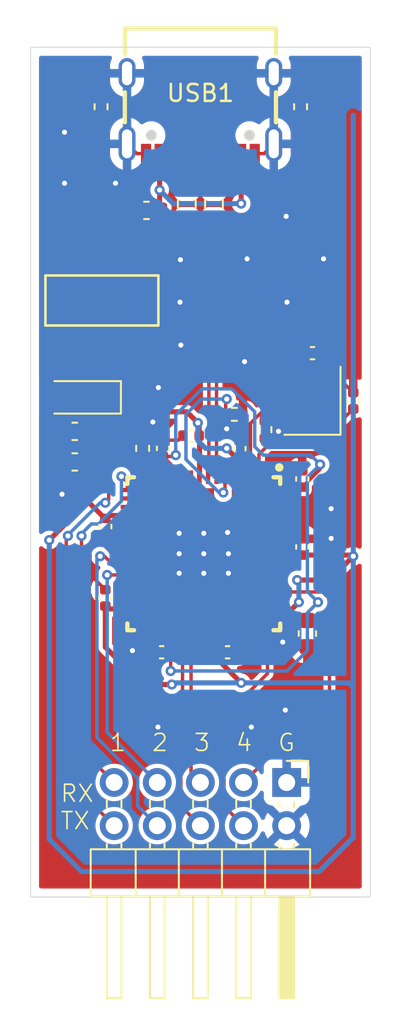
<source format=kicad_pcb>
(kicad_pcb (version 20241229) (generator "pcbnew") (generator_version "9.0")
  (layers (0 "F.Cu" signal) (2 "B.Cu" signal) (13 "F.Paste" user) (15 "B.Paste" user) (5 "F.SilkS" user "F.Silkscreen") (7 "B.SilkS" user "B.Silkscreen") (1 "F.Mask" user) (3 "B.Mask" user) (25 "Edge.Cuts" user))
  (net 0 "")
  (net 1 "GND")
  (net 2 "+5V")
  (net 3 "+1V8")
  (net 4 "+3.3V")
  (net 5 "XTAL_IN")
  (net 6 "XTAL_OUT")
  (net 7 "RX1")
  (net 8 "TX1")
  (net 9 "RX4")
  (net 10 "RX3")
  (net 11 "TX4")
  (net 12 "TX3")
  (net 13 "RX2")
  (net 14 "TX2")
  (net 15 "Net-(USB1-CC1)")
  (net 16 "Net-(USB1-CC2)")
  (net 17 "USB_IN+")
  (net 18 "Net-(USB1-DP1)")
  (net 19 "Net-(USB1-DN1)")
  (net 20 "USB_IN-")
  (net 21 "Net-(U1-REF)")
  (net 51 "Net-(U1-RESET#)")
  (footprint "Capacitor_SMD:C_0603_1608Metric" (layer "F.Cu") (at 36.3 54.5 -90)
    (property "Reference" "C2" (hide yes))
    (property "Value" "3.3uF")
    (pad "1" smd roundrect (at -0.775 0 270) (size 0.9 0.95) (layers "F.Cu" "F.Mask" "F.Paste") (net 3 "+1V8"))
    (pad "2" smd roundrect (at 0.775 0 270) (size 0.9 0.95) (layers "F.Cu" "F.Mask" "F.Paste") (net 1 "GND"))
  )
  (footprint "Capacitor_SMD:C_0402_1005Metric" (layer "F.Cu") (at 27.8 43.6 90)
    (property "Reference" "C8" (hide yes))
    (property "Value" "100nF")
    (pad "1" smd roundrect (at -0.48 0 90) (size 0.56 0.62) (layers "F.Cu" "F.Mask" "F.Paste") (net 3 "+1V8"))
    (pad "2" smd roundrect (at 0.48 0 90) (size 0.56 0.62) (layers "F.Cu" "F.Mask" "F.Paste") (net 1 "GND"))
  )
  (footprint "Capacitor_SMD:C_0402_1005Metric" (layer "F.Cu") (at 32.3 43.62 90)
    (property "Reference" "C4" (hide yes))
    (property "Value" "100nF")
    (pad "1" smd roundrect (at -0.48 0 90) (size 0.56 0.62) (layers "F.Cu" "F.Mask" "F.Paste") (net 4 "+3.3V"))
    (pad "2" smd roundrect (at 0.48 0 90) (size 0.56 0.62) (layers "F.Cu" "F.Mask" "F.Paste") (net 1 "GND"))
  )
  (footprint "Resistor_SMD:R_0603_1608Metric" (layer "F.Cu") (at 30.8 29.225 90)
    (property "Reference" "R16" (hide yes))
    (property "Value" "20")
    (pad "1" smd roundrect (at -0.825 0 90) (size 0.8 0.95) (layers "F.Cu" "F.Mask" "F.Paste") (net 20 "USB_IN-"))
    (pad "2" smd roundrect (at 0.825 0 90) (size 0.8 0.95) (layers "F.Cu" "F.Mask" "F.Paste") (net 19 "Net-(USB1-DN1)"))
  )
  (footprint "Capacitor_SMD:C_0402_1005Metric" (layer "F.Cu") (at 36 49.4 90)
    (property "Reference" "C14" (hide yes))
    (property "Value" "100nF")
    (pad "1" smd roundrect (at -0.48 0 90) (size 0.56 0.62) (layers "F.Cu" "F.Mask" "F.Paste") (net 4 "+3.3V"))
    (pad "2" smd roundrect (at 0.48 0 90) (size 0.56 0.62) (layers "F.Cu" "F.Mask" "F.Paste") (net 1 "GND"))
  )
  (footprint "Connector_PinHeader_2.54mm:PinHeader_2x05_P2.54mm_Horizontal" (layer "F.Cu") (at 35.08 63.26 -90)
    (property "Reference" "J1" (hide yes))
    (property "Value" "Conn_02x05_Odd_Even")
    (pad "1" thru_hole rect (at 0 0 270) (size 1.7 1.7) (drill 1) (layers "*.Cu" "*.Mask") (net 1 "GND"))
    (pad "2" thru_hole circle (at 2.54 0 270) (size 1.7 1.7) (drill 1) (layers "*.Cu" "*.Mask") (net 1 "GND"))
    (pad "3" thru_hole circle (at 0 2.54 270) (size 1.7 1.7) (drill 1) (layers "*.Cu" "*.Mask") (net 9 "RX4"))
    (pad "4" thru_hole circle (at 2.54 2.54 270) (size 1.7 1.7) (drill 1) (layers "*.Cu" "*.Mask") (net 11 "TX4"))
    (pad "5" thru_hole circle (at 0 5.08 270) (size 1.7 1.7) (drill 1) (layers "*.Cu" "*.Mask") (net 10 "RX3"))
    (pad "6" thru_hole circle (at 2.54 5.08 270) (size 1.7 1.7) (drill 1) (layers "*.Cu" "*.Mask") (net 12 "TX3"))
    (pad "7" thru_hole circle (at 0 7.62 270) (size 1.7 1.7) (drill 1) (layers "*.Cu" "*.Mask") (net 13 "RX2"))
    (pad "8" thru_hole circle (at 2.54 7.62 270) (size 1.7 1.7) (drill 1) (layers "*.Cu" "*.Mask") (net 14 "TX2"))
    (pad "9" thru_hole circle (at 0 10.16 270) (size 1.7 1.7) (drill 1) (layers "*.Cu" "*.Mask") (net 7 "RX1"))
    (pad "10" thru_hole circle (at 2.54 10.16 270) (size 1.7 1.7) (drill 1) (layers "*.Cu" "*.Mask") (net 8 "TX1"))
  )
  (footprint "Capacitor_SMD:C_0603_1608Metric" (layer "F.Cu") (at 22.6 42.6 180)
    (property "Reference" "C16" (hide yes))
    (property "Value" "4.7uF")
    (pad "1" smd roundrect (at -0.775 0 180) (size 0.9 0.95) (layers "F.Cu" "F.Mask" "F.Paste") (net 4 "+3.3V"))
    (pad "2" smd roundrect (at 0.775 0 180) (size 0.9 0.95) (layers "F.Cu" "F.Mask" "F.Paste") (net 1 "GND"))
  )
  (footprint "Resistor_SMD:R_0402_1005Metric" (layer "F.Cu") (at 32 41.6)
    (property "Reference" "R18" (hide yes))
    (property "Value" "12k")
    (pad "1" smd roundrect (at -0.51 0) (size 0.54 0.64) (layers "F.Cu" "F.Mask" "F.Paste") (net 21 "Net-(U1-REF)"))
    (pad "2" smd roundrect (at 0.51 0) (size 0.54 0.64) (layers "F.Cu" "F.Mask" "F.Paste") (net 1 "GND"))
  )
  (footprint "Resistor_SMD:R_0402_1005Metric" (layer "F.Cu") (at 24.15 23.5 90)
    (property "Reference" "R2" (hide yes))
    (property "Value" "5.1k")
    (pad "1" smd roundrect (at -0.51 0 90) (size 0.54 0.64) (layers "F.Cu" "F.Mask" "F.Paste") (net 16 "Net-(USB1-CC2)"))
    (pad "2" smd roundrect (at 0.51 0 90) (size 0.54 0.64) (layers "F.Cu" "F.Mask" "F.Paste") (net 1 "GND"))
  )
  (footprint "Resistor_SMD:R_0603_1608Metric" (layer "F.Cu") (at 29.2 29.225 90)
    (property "Reference" "R15" (hide yes))
    (property "Value" "20")
    (pad "1" smd roundrect (at -0.825 0 90) (size 0.8 0.95) (layers "F.Cu" "F.Mask" "F.Paste") (net 17 "USB_IN+"))
    (pad "2" smd roundrect (at 0.825 0 90) (size 0.8 0.95) (layers "F.Cu" "F.Mask" "F.Paste") (net 18 "Net-(USB1-DP1)"))
  )
  (footprint "Capacitor_SMD:C_0402_1005Metric" (layer "F.Cu") (at 39 40.8 90)
    (property "Reference" "C6" (hide yes))
    (property "Value" "15pF")
    (pad "1" smd roundrect (at -0.48 0 90) (size 0.56 0.62) (layers "F.Cu" "F.Mask" "F.Paste") (net 5 "XTAL_IN"))
    (pad "2" smd roundrect (at 0.48 0 90) (size 0.56 0.62) (layers "F.Cu" "F.Mask" "F.Paste") (net 1 "GND"))
  )
  (footprint "Capacitor_SMD:C_0402_1005Metric" (layer "F.Cu") (at 36 45.4 90)
    (property "Reference" "C10" (hide yes))
    (property "Value" "100nF")
    (pad "1" smd roundrect (at -0.48 0 90) (size 0.56 0.62) (layers "F.Cu" "F.Mask" "F.Paste") (net 3 "+1V8"))
    (pad "2" smd roundrect (at 0.48 0 90) (size 0.56 0.62) (layers "F.Cu" "F.Mask" "F.Paste") (net 1 "GND"))
  )
  (footprint "Capacitor_SMD:C_0603_1608Metric" (layer "F.Cu") (at 26.825 29.6 180)
    (property "Reference" "C1" (hide yes))
    (property "Value" "10u")
    (pad "1" smd roundrect (at -0.775 0 180) (size 0.9 0.95) (layers "F.Cu" "F.Mask" "F.Paste") (net 2 "+5V"))
    (pad "2" smd roundrect (at 0.775 0 180) (size 0.9 0.95) (layers "F.Cu" "F.Mask" "F.Paste") (net 1 "GND"))
  )
  (footprint "Capacitor_SMD:C_0603_1608Metric" (layer "F.Cu") (at 22.6 44.4 180)
    (property "Reference" "C15" (hide yes))
    (property "Value" "4.7uF")
    (pad "1" smd roundrect (at -0.775 0 180) (size 0.9 0.95) (layers "F.Cu" "F.Mask" "F.Paste") (net 4 "+3.3V"))
    (pad "2" smd roundrect (at 0.775 0 180) (size 0.9 0.95) (layers "F.Cu" "F.Mask" "F.Paste") (net 1 "GND"))
  )
  (footprint "JLCLibrary:AMS1117" (layer "F.Cu") (at 24.2 35 -90)
    (property "Reference" "U2" (hide yes))
    (property "Value" "~")
    (pad "1" smd rect (at 2.97 2.3 270) (size 2.5 1.1) (layers "F.Cu" "F.Mask" "F.Paste") (net 1 "GND"))
    (pad "2" smd rect (at 2.97 0 270) (size 2.5 1.1) (layers "F.Cu" "F.Mask" "F.Paste") (net 4 "+3.3V"))
    (pad "3" smd rect (at 2.97 -2.3 270) (size 2.5 1.1) (layers "F.Cu" "F.Mask" "F.Paste") (net 2 "+5V"))
    (pad "4" smd rect (at -2.97 0 270) (size 2.34 3.6) (layers "F.Cu" "F.Mask" "F.Paste") (net 4 "+3.3V"))
  )
  (footprint "JLCLibrary:FT4242HQ-QFN-64_L9.0-W9.0-P0.50-BL-EP4.8" (layer "F.Cu") (at 30.2 49.8 180)
    (property "Reference" "U1" (hide yes))
    (property "Value" "FT4232H")
    (pad "1" smd rect (at -3.75 4.5 270) (size 0.8 0.25) (layers "F.Cu" "F.Mask" "F.Paste") (net 1 "GND"))
    (pad "2" smd rect (at -3.25 4.5 270) (size 0.8 0.25) (layers "F.Cu" "F.Mask" "F.Paste") (net 5 "XTAL_IN"))
    (pad "3" smd rect (at -2.75 4.5 270) (size 0.8 0.25) (layers "F.Cu" "F.Mask" "F.Paste") (net 6 "XTAL_OUT"))
    (pad "4" smd rect (at -2.25 4.5 270) (size 0.8 0.25) (layers "F.Cu" "F.Mask" "F.Paste") (net 4 "+3.3V"))
    (pad "5" smd rect (at -1.75 4.5 270) (size 0.8 0.25) (layers "F.Cu" "F.Mask" "F.Paste") (net 1 "GND"))
    (pad "6" smd rect (at -1.25 4.5 270) (size 0.8 0.25) (layers "F.Cu" "F.Mask" "F.Paste") (net 21 "Net-(U1-REF)"))
    (pad "7" smd rect (at -0.75 4.5 270) (size 0.8 0.25) (layers "F.Cu" "F.Mask" "F.Paste") (net 20 "USB_IN-"))
    (pad "8" smd rect (at -0.25 4.5 270) (size 0.8 0.25) (layers "F.Cu" "F.Mask" "F.Paste") (net 17 "USB_IN+"))
    (pad "9" smd rect (at 0.25 4.5 270) (size 0.8 0.25) (layers "F.Cu" "F.Mask" "F.Paste") (net 4 "+3.3V"))
    (pad "10" smd rect (at 0.75 4.5 270) (size 0.8 0.25) (layers "F.Cu" "F.Mask" "F.Paste") (net 1 "GND"))
    (pad "11" smd rect (at 1.25 4.5 270) (size 0.8 0.25) (layers "F.Cu" "F.Mask" "F.Paste") (net 1 "GND"))
    (pad "12" smd rect (at 1.75 4.5 270) (size 0.8 0.25) (layers "F.Cu" "F.Mask" "F.Paste") (net 3 "+1V8"))
    (pad "13" smd rect (at 2.25 4.5 270) (size 0.8 0.25) (layers "F.Cu" "F.Mask" "F.Paste") (net 1 "GND"))
    (pad "14" smd rect (at 2.75 4.5 270) (size 0.8 0.25) (layers "F.Cu" "F.Mask" "F.Paste") (net 51 "Net-(U1-RESET#)"))
    (pad "15" smd rect (at 3.25 4.5 270) (size 0.8 0.25) (layers "F.Cu" "F.Mask" "F.Paste") (net 1 "GND"))
    (pad "16" smd rect (at 3.75 4.5 270) (size 0.8 0.25) (layers "F.Cu" "F.Mask" "F.Paste") (net 8 "TX1"))
    (pad "17" smd rect (at 4.5 3.75 180) (size 0.8 0.25) (layers "F.Cu" "F.Mask" "F.Paste") (net 7 "RX1"))
    (pad "18" smd rect (at 4.5 3.25 180) (size 0.8 0.25) (layers "F.Cu" "F.Mask" "F.Paste"))
    (pad "19" smd rect (at 4.5 2.75 180) (size 0.8 0.25) (layers "F.Cu" "F.Mask" "F.Paste"))
    (pad "20" smd rect (at 4.5 2.25 180) (size 0.8 0.25) (layers "F.Cu" "F.Mask" "F.Paste") (net 4 "+3.3V"))
    (pad "21" smd rect (at 4.5 1.75 180) (size 0.8 0.25) (layers "F.Cu" "F.Mask" "F.Paste"))
    (pad "22" smd rect (at 4.5 1.25 180) (size 0.8 0.25) (layers "F.Cu" "F.Mask" "F.Paste"))
    (pad "23" smd rect (at 4.5 0.75 180) (size 0.8 0.25) (layers "F.Cu" "F.Mask" "F.Paste"))
    (pad "24" smd rect (at 4.5 0.25 180) (size 0.8 0.25) (layers "F.Cu" "F.Mask" "F.Paste"))
    (pad "25" smd rect (at 4.5 -0.25 180) (size 0.8 0.25) (layers "F.Cu" "F.Mask" "F.Paste") (net 1 "GND"))
    (pad "26" smd rect (at 4.5 -0.75 180) (size 0.8 0.25) (layers "F.Cu" "F.Mask" "F.Paste") (net 14 "TX2"))
    (pad "27" smd rect (at 4.5 -1.25 180) (size 0.8 0.25) (layers "F.Cu" "F.Mask" "F.Paste") (net 13 "RX2"))
    (pad "28" smd rect (at 4.5 -1.75 180) (size 0.8 0.25) (layers "F.Cu" "F.Mask" "F.Paste"))
    (pad "29" smd rect (at 4.5 -2.25 180) (size 0.8 0.25) (layers "F.Cu" "F.Mask" "F.Paste"))
    (pad "30" smd rect (at 4.5 -2.75 180) (size 0.8 0.25) (layers "F.Cu" "F.Mask" "F.Paste"))
    (pad "31" smd rect (at 4.5 -3.25 180) (size 0.8 0.25) (layers "F.Cu" "F.Mask" "F.Paste") (net 4 "+3.3V"))
    (pad "32" smd rect (at 4.5 -3.75 180) (size 0.8 0.25) (layers "F.Cu" "F.Mask" "F.Paste"))
    (pad "33" smd rect (at 3.75 -4.5 270) (size 0.8 0.25) (layers "F.Cu" "F.Mask" "F.Paste"))
    (pad "34" smd rect (at 3.25 -4.5 270) (size 0.8 0.25) (layers "F.Cu" "F.Mask" "F.Paste"))
    (pad "35" smd rect (at 2.75 -4.5 270) (size 0.8 0.25) (layers "F.Cu" "F.Mask" "F.Paste") (net 1 "GND"))
    (pad "36" smd rect (at 2.25 -4.5 270) (size 0.8 0.25) (layers "F.Cu" "F.Mask" "F.Paste"))
    (pad "37" smd rect (at 1.75 -4.5 270) (size 0.8 0.25) (layers "F.Cu" "F.Mask" "F.Paste") (net 3 "+1V8"))
    (pad "38" smd rect (at 1.25 -4.5 270) (size 0.8 0.25) (layers "F.Cu" "F.Mask" "F.Paste") (net 12 "TX3"))
    (pad "39" smd rect (at 0.75 -4.5 270) (size 0.8 0.25) (layers "F.Cu" "F.Mask" "F.Paste") (net 10 "RX3"))
    (pad "40" smd rect (at 0.25 -4.5 270) (size 0.8 0.25) (layers "F.Cu" "F.Mask" "F.Paste"))
    (pad "41" smd rect (at -0.25 -4.5 270) (size 0.8 0.25) (layers "F.Cu" "F.Mask" "F.Paste"))
    (pad "42" smd rect (at -0.75 -4.5 270) (size 0.8 0.25) (layers "F.Cu" "F.Mask" "F.Paste") (net 4 "+3.3V"))
    (pad "43" smd rect (at -1.25 -4.5 270) (size 0.8 0.25) (layers "F.Cu" "F.Mask" "F.Paste"))
    (pad "44" smd rect (at -1.75 -4.5 270) (size 0.8 0.25) (layers "F.Cu" "F.Mask" "F.Paste"))
    (pad "45" smd rect (at -2.25 -4.5 270) (size 0.8 0.25) (layers "F.Cu" "F.Mask" "F.Paste"))
    (pad "46" smd rect (at -2.75 -4.5 270) (size 0.8 0.25) (layers "F.Cu" "F.Mask" "F.Paste"))
    (pad "47" smd rect (at -3.25 -4.5 270) (size 0.8 0.25) (layers "F.Cu" "F.Mask" "F.Paste") (net 1 "GND"))
    (pad "48" smd rect (at -3.75 -4.5 270) (size 0.8 0.25) (layers "F.Cu" "F.Mask" "F.Paste") (net 11 "TX4"))
    (pad "49" smd rect (at -4.5 -3.75 180) (size 0.8 0.25) (layers "F.Cu" "F.Mask" "F.Paste") (net 3 "+1V8"))
    (pad "50" smd rect (at -4.5 -3.25 180) (size 0.8 0.25) (layers "F.Cu" "F.Mask" "F.Paste") (net 4 "+3.3V"))
    (pad "51" smd rect (at -4.5 -2.75 180) (size 0.8 0.25) (layers "F.Cu" "F.Mask" "F.Paste") (net 1 "GND"))
    (pad "52" smd rect (at -4.5 -2.25 180) (size 0.8 0.25) (layers "F.Cu" "F.Mask" "F.Paste") (net 9 "RX4"))
    (pad "53" smd rect (at -4.5 -1.75 180) (size 0.8 0.25) (layers "F.Cu" "F.Mask" "F.Paste"))
    (pad "54" smd rect (at -4.5 -1.25 180) (size 0.8 0.25) (layers "F.Cu" "F.Mask" "F.Paste"))
    (pad "55" smd rect (at -4.5 -0.75 180) (size 0.8 0.25) (layers "F.Cu" "F.Mask" "F.Paste"))
    (pad "56" smd rect (at -4.5 -0.25 180) (size 0.8 0.25) (layers "F.Cu" "F.Mask" "F.Paste") (net 4 "+3.3V"))
    (pad "57" smd rect (at -4.5 0.25 180) (size 0.8 0.25) (layers "F.Cu" "F.Mask" "F.Paste"))
    (pad "58" smd rect (at -4.5 0.75 180) (size 0.8 0.25) (layers "F.Cu" "F.Mask" "F.Paste"))
    (pad "59" smd rect (at -4.5 1.25 180) (size 0.8 0.25) (layers "F.Cu" "F.Mask" "F.Paste"))
    (pad "60" smd rect (at -4.5 1.75 180) (size 0.8 0.25) (layers "F.Cu" "F.Mask" "F.Paste"))
    (pad "61" smd rect (at -4.5 2.25 180) (size 0.8 0.25) (layers "F.Cu" "F.Mask" "F.Paste"))
    (pad "62" smd rect (at -4.5 2.75 180) (size 0.8 0.25) (layers "F.Cu" "F.Mask" "F.Paste"))
    (pad "63" smd rect (at -4.5 3.25 180) (size 0.8 0.25) (layers "F.Cu" "F.Mask" "F.Paste"))
    (pad "64" smd rect (at -4.5 3.75 180) (size 0.8 0.25) (layers "F.Cu" "F.Mask" "F.Paste") (net 3 "+1V8"))
    (pad "65" smd rect (at 0 0 180) (size 4.8 4.8) (layers "F.Cu" "F.Mask" "F.Paste") (net 1 "GND"))
  )
  (footprint "Resistor_SMD:R_0402_1005Metric" (layer "F.Cu") (at 35.9 23.5 90)
    (property "Reference" "R1" (hide yes))
    (property "Value" "5.1k")
    (pad "1" smd roundrect (at -0.51 0 90) (size 0.54 0.64) (layers "F.Cu" "F.Mask" "F.Paste") (net 15 "Net-(USB1-CC1)"))
    (pad "2" smd roundrect (at 0.51 0 90) (size 0.54 0.64) (layers "F.Cu" "F.Mask" "F.Paste") (net 1 "GND"))
  )
  (footprint "Resistor_SMD:R_0402_1005Metric" (layer "F.Cu") (at 26.6 43.6 -90)
    (property "Reference" "R17" (hide yes))
    (property "Value" "1k")
    (pad "1" smd roundrect (at -0.51 0 270) (size 0.54 0.64) (layers "F.Cu" "F.Mask" "F.Paste") (net 4 "+3.3V"))
    (pad "2" smd roundrect (at 0.51 0 270) (size 0.54 0.64) (layers "F.Cu" "F.Mask" "F.Paste") (net 51 "Net-(U1-RESET#)"))
  )
  (footprint "Capacitor_SMD:C_0402_1005Metric" (layer "F.Cu") (at 24.4 52.4 90)
    (property "Reference" "C12" (hide yes))
    (property "Value" "100nF")
    (pad "1" smd roundrect (at -0.48 0 90) (size 0.56 0.62) (layers "F.Cu" "F.Mask" "F.Paste") (net 4 "+3.3V"))
    (pad "2" smd roundrect (at 0.48 0 90) (size 0.56 0.62) (layers "F.Cu" "F.Mask" "F.Paste") (net 1 "GND"))
  )
  (footprint "Capacitor_SMD:C_0402_1005Metric" (layer "F.Cu") (at 31.6 55.6)
    (property "Reference" "C13" (hide yes))
    (property "Value" "100nF")
    (pad "1" smd roundrect (at -0.48 0) (size 0.56 0.62) (layers "F.Cu" "F.Mask" "F.Paste") (net 4 "+3.3V"))
    (pad "2" smd roundrect (at 0.48 0) (size 0.56 0.62) (layers "F.Cu" "F.Mask" "F.Paste") (net 1 "GND"))
  )
  (footprint "Capacitor_Tantalum_SMD:CP_EIA-3216-18_Kemet-A" (layer "F.Cu") (at 23 40.6 180)
    (property "Reference" "C3" (hide yes))
    (property "Value" "22uF")
    (pad "1" smd roundrect (at -1.3525 0 180) (size 1.415 1.39) (layers "F.Cu" "F.Mask" "F.Paste") (roundrect_rratio 0.179856) (net 4 "+3.3V"))
    (pad "2" smd roundrect (at 1.3525 0 180) (size 1.415 1.39) (layers "F.Cu" "F.Mask" "F.Paste") (roundrect_rratio 0.179856) (net 1 "GND"))
  )
  (footprint "Crystal:Crystal_SMD_3225-4Pin_3.2x2.5mm" (layer "F.Cu") (at 36.6 40.8 90)
    (property "Reference" "Y1" (hide yes))
    (property "Value" "12MHz")
    (pad "1" smd rect (at -1.1 0.85 90) (size 1.4 1.2) (layers "F.Cu" "F.Mask" "F.Paste") (net 5 "XTAL_IN"))
    (pad "2" smd rect (at 1.1 0.85 90) (size 1.4 1.2) (layers "F.Cu" "F.Mask" "F.Paste") (net 1 "GND"))
    (pad "3" smd rect (at 1.1 -0.85 90) (size 1.4 1.2) (layers "F.Cu" "F.Mask" "F.Paste") (net 6 "XTAL_OUT"))
    (pad "4" smd rect (at -1.1 -0.85 90) (size 1.4 1.2) (layers "F.Cu" "F.Mask" "F.Paste") (net 1 "GND"))
  )
  (footprint "JLCLibrary:USB-C-SMD_TYPE-C16PIN" (layer "F.Cu") (at 30 23.89475 180)
    (property "Reference" "USB1" (at 0 1.19475 0) (layer "F.SilkS"))
    (property "Value" "~")
    (fp_poly (pts (xy 3.215 -1.288) (xy 3.1954 -1.399157) (xy 3.138964 -1.496906) (xy 3.0525 -1.569458) (xy 2.946436 -1.608063) (xy 2.833564 -1.608063) (xy 2.7275 -1.569458) (xy 2.641036 -1.496906) (xy 2.5846 -1.399157) (xy 2.565 -1.288) (xy 2.5846 -1.176843) (xy 2.641036 -1.079094) (xy 2.7275 -1.006542) (xy 2.833564 -0.967937) (xy 2.946436 -0.967937) (xy 3.0525 -1.006542) (xy 3.138964 -1.079094) (xy 3.1954 -1.176843)) (fill yes) (layer "Edge.Cuts"))
    (fp_poly (pts (xy -2.565 -1.288) (xy -2.5846 -1.399157) (xy -2.641036 -1.496906) (xy -2.7275 -1.569458) (xy -2.833564 -1.608063) (xy -2.946436 -1.608063) (xy -3.0525 -1.569458) (xy -3.138964 -1.496906) (xy -3.1954 -1.399157) (xy -3.215 -1.288) (xy -3.1954 -1.176843) (xy -3.138964 -1.079094) (xy -3.0525 -1.006542) (xy -2.946436 -0.967937) (xy -2.833564 -0.967937) (xy -2.7275 -1.006542) (xy -2.641036 -1.079094) (xy -2.5846 -1.176843)) (fill yes) (layer "Edge.Cuts"))
    (pad "1" thru_hole oval (at -4.32 -1.7875 180) (size 1 2.1) (drill oval 0.6 1.7) (layers "*.Cu" "*.Mask") (net 1 "GND"))
    (pad "2" thru_hole oval (at 4.32 -1.7875 180) (size 1 2.1) (drill oval 0.6 1.7) (layers "*.Cu" "*.Mask") (net 1 "GND"))
    (pad "3" thru_hole oval (at -4.32 2.3625 180) (size 1 1.8) (drill oval 0.6 1.4) (layers "*.Cu" "*.Mask") (net 1 "GND"))
    (pad "4" thru_hole oval (at 4.32 2.3625 180) (size 1 1.8) (drill oval 0.6 1.4) (layers "*.Cu" "*.Mask") (net 1 "GND"))
    (pad "A1B12" smd rect (at -3.2 -2.3625 180) (size 0.6 1.15) (layers "F.Cu" "F.Mask" "F.Paste") (net 1 "GND"))
    (pad "A4B9" smd rect (at -2.4 -2.3625 180) (size 0.6 1.15) (layers "F.Cu" "F.Mask" "F.Paste") (net 2 "+5V"))
    (pad "A5" smd rect (at -1.25 -2.3625 180) (size 0.3 1.15) (layers "F.Cu" "F.Mask" "F.Paste") (net 15 "Net-(USB1-CC1)"))
    (pad "A6" smd rect (at -0.25 -2.3625 180) (size 0.3 1.15) (layers "F.Cu" "F.Mask" "F.Paste") (net 18 "Net-(USB1-DP1)"))
    (pad "A7" smd rect (at 0.25 -2.3625 180) (size 0.3 1.15) (layers "F.Cu" "F.Mask" "F.Paste") (net 19 "Net-(USB1-DN1)"))
    (pad "A8" smd rect (at 1.25 -2.3625 180) (size 0.3 1.15) (layers "F.Cu" "F.Mask" "F.Paste"))
    (pad "B1A12" smd rect (at 3.2 -2.3625 180) (size 0.6 1.15) (layers "F.Cu" "F.Mask" "F.Paste") (net 1 "GND"))
    (pad "B4A9" smd rect (at 2.4 -2.3625 180) (size 0.6 1.15) (layers "F.Cu" "F.Mask" "F.Paste") (net 2 "+5V"))
    (pad "B5" smd rect (at 1.75 -2.3625 180) (size 0.3 1.15) (layers "F.Cu" "F.Mask" "F.Paste") (net 16 "Net-(USB1-CC2)"))
    (pad "B6" smd rect (at 0.75 -2.3625 180) (size 0.3 1.15) (layers "F.Cu" "F.Mask" "F.Paste") (net 18 "Net-(USB1-DP1)"))
    (pad "B7" smd rect (at -0.75 -2.3625 180) (size 0.3 1.15) (layers "F.Cu" "F.Mask" "F.Paste") (net 19 "Net-(USB1-DN1)"))
    (pad "B8" smd rect (at -1.75 -2.3625 180) (size 0.3 1.15) (layers "F.Cu" "F.Mask" "F.Paste"))
  )
  (footprint "Capacitor_SMD:C_0402_1005Metric" (layer "F.Cu") (at 27.72 55.6 180)
    (property "Reference" "C9" (hide yes))
    (property "Value" "100nF")
    (pad "1" smd roundrect (at -0.48 0 180) (size 0.56 0.62) (layers "F.Cu" "F.Mask" "F.Paste") (net 3 "+1V8"))
    (pad "2" smd roundrect (at 0.48 0 180) (size 0.56 0.62) (layers "F.Cu" "F.Mask" "F.Paste") (net 1 "GND"))
  )
  (footprint "Capacitor_SMD:C_0402_1005Metric" (layer "F.Cu") (at 29.45 42.85 180)
    (property "Reference" "C5" (hide yes))
    (property "Value" "100nF")
    (pad "1" smd roundrect (at -0.48 0 180) (size 0.56 0.62) (layers "F.Cu" "F.Mask" "F.Paste") (net 4 "+3.3V"))
    (pad "2" smd roundrect (at 0.48 0 180) (size 0.56 0.62) (layers "F.Cu" "F.Mask" "F.Paste") (net 1 "GND"))
  )
  (footprint "Capacitor_SMD:C_0402_1005Metric" (layer "F.Cu") (at 24.4 48.2 -90)
    (property "Reference" "C11" (hide yes))
    (property "Value" "100nF")
    (pad "1" smd roundrect (at -0.48 0 270) (size 0.56 0.62) (layers "F.Cu" "F.Mask" "F.Paste") (net 4 "+3.3V"))
    (pad "2" smd roundrect (at 0.48 0 270) (size 0.56 0.62) (layers "F.Cu" "F.Mask" "F.Paste") (net 1 "GND"))
  )
  (footprint "Resistor_SMD:R_0402_1005Metric" (layer "F.Cu") (at 33.8 42.5 90)
    (property "Reference" "R19" (hide yes))
    (property "Value" "1M")
    (pad "1" smd roundrect (at -0.51 0 90) (size 0.54 0.64) (layers "F.Cu" "F.Mask" "F.Paste") (net 5 "XTAL_IN"))
    (pad "2" smd roundrect (at 0.51 0 90) (size 0.54 0.64) (layers "F.Cu" "F.Mask" "F.Paste") (net 6 "XTAL_OUT"))
  )
  (footprint "Capacitor_SMD:C_0402_1005Metric" (layer "F.Cu") (at 36.6 38)
    (property "Reference" "C7" (hide yes))
    (property "Value" "15pF")
    (pad "1" smd roundrect (at -0.48 0) (size 0.56 0.62) (layers "F.Cu" "F.Mask" "F.Paste") (net 6 "XTAL_OUT"))
    (pad "2" smd roundrect (at 0.48 0) (size 0.56 0.62) (layers "F.Cu" "F.Mask" "F.Paste") (net 1 "GND"))
  )
  (gr_rect (start 20 20) (end 40 70) (stroke (width 0.05)) (fill no) (layer "Edge.Cuts"))
  (gr_text "1  2  3  4  G" (at 24.6 61.5 0) (layer "F.SilkS") (effects (font (size 1 1) (thickness 0.1)) (justify left bottom)))
  (gr_text "RX\nTX" (at 21.7 66.1 0) (layer "F.SilkS") (effects (font (size 1 1) (thickness 0.1)) (justify left bottom)))
  (segment (start 37.08 36.98) (end 35.1 35) (width 0.2) (layer "F.Cu") (net 1))
  (segment (start 33.45 53.05) (end 30.2 49.8) (width 0.2) (layer "F.Cu") (net 1))
  (segment (start 26.95 45.3) (end 26.95 46.55) (width 0.2) (layer "F.Cu") (net 1))
  (segment (start 27.95 47.55) (end 30.2 49.8) (width 0.2) (layer "F.Cu") (net 1))
  (segment (start 29.95 50.05) (end 30.2 49.8) (width 0.2) (layer "F.Cu") (net 1))
  (segment (start 33.45 54.3) (end 33.45 53.05) (width 0.2) (layer "F.Cu") (net 1))
  (segment (start 26.95 46.55) (end 30.2 49.8) (width 0.2) (layer "F.Cu") (net 1))
  (segment (start 34.75 41.9) (end 35.75 41.9) (width 0.2) (layer "F.Cu") (net 1))
  (segment (start 37.08 38) (end 37.08 36.98) (width 0.2) (layer "F.Cu") (net 1))
  (segment (start 23.499 49.581) (end 24.4 48.68) (width 0.2) (layer "F.Cu") (net 1))
  (segment (start 32.6 38.5) (end 32.6 38.57) (width 0.2) (layer "F.Cu") (net 1))
  (segment (start 32.51 41.6) (end 32.51 42.93) (width 0.2) (layer "F.Cu") (net 1))
  (segment (start 37.45 39.7) (end 37.45 38.37) (width 0.2) (layer "F.Cu") (net 1))
  (segment (start 32.95 52.55) (end 30.2 49.8) (width 0.2) (layer "F.Cu") (net 1))
  (segment (start 21.6475 42.4225) (end 21.825 42.6) (width 0.2) (layer "F.Cu") (net 1))
  (segment (start 33.45 54.3) (end 33.45 54.927) (width 0.2) (layer "F.Cu") (net 1))
  (segment (start 34.7 52.55) (end 32.95 52.55) (width 0.2) (layer "F.Cu") (net 1))
  (segment (start 21.825 42.6) (end 21.825 44.4) (width 0.2) (layer "F.Cu") (net 1))
  (segment (start 36 48.92) (end 37.68 48.92) (width 0.2) (layer "F.Cu") (net 1))
  (segment (start 27.95 45.3) (end 27.95 47.55) (width 0.2) (layer "F.Cu") (net 1))
  (segment (start 33.2 26.25725) (end 33.745 26.25725) (width 0.2) (layer "F.Cu") (net 1))
  (segment (start 26.8 26.25725) (end 26.255 26.25725) (width 0.2) (layer "F.Cu") (net 1))
  (segment (start 26.1 55.6) (end 26 55.5) (width 0.2) (layer "F.Cu") (net 1))
  (segment (start 27.8 43.12) (end 28.7 43.12) (width 0.2) (layer "F.Cu") (net 1))
  (segment (start 33.95 45.3) (end 33.95 44.45) (width 0.2) (layer "F.Cu") (net 1))
  (segment (start 27.8 43.12) (end 27.8 42.65) (width 0.2) (layer "F.Cu") (net 1))
  (segment (start 33.95 44.45) (end 34.45 43.95) (width 0.2) (layer "F.Cu") (net 1))
  (segment (start 32.51 42.93) (end 32.3 43.14) (width 0.2) (layer "F.Cu") (net 1))
  (segment (start 36 44.35) (end 36 44.92) (width 0.2) (layer "F.Cu") (net 1))
  (segment (start 33.745 26.25725) (end 34.32 25.68225) (width 0.2) (layer "F.Cu") (net 1))
  (segment (start 33.95 45.3) (end 33.95 46.05) (width 0.2) (layer "F.Cu") (net 1))
  (segment (start 27.45 54.3) (end 27.45 52.55) (width 0.2) (layer "F.Cu") (net 1))
  (segment (start 36.3 55.275) (end 35.125 55.275) (width 0.2) (layer "F.Cu") (net 1))
  (segment (start 34.45 43.95) (end 35.6 43.95) (width 0.2) (layer "F.Cu") (net 1))
  (segment (start 29.45 45.3) (end 29.45 49.05) (width 0.2) (layer "F.Cu") (net 1))
  (segment (start 37.45 38.37) (end 37.08 38) (width 0.2) (layer "F.Cu") (net 1))
  (segment (start 25.073 50.05) (end 24.4 49.377) (width 0.2) (layer "F.Cu") (net 1))
  (segment (start 21.6475 40.6) (end 21.6475 42.4225) (width 0.2) (layer "F.Cu") (net 1))
  (segment (start 21.9 40.3475) (end 21.6475 40.6) (width 0.2) (layer "F.Cu") (net 1))
  (segment (start 27.45 52.55) (end 30.2 49.8) (width 0.2) (layer "F.Cu") (net 1))
  (segment (start 31.95 48.05) (end 30.2 49.8) (width 0.2) (layer "F.Cu") (net 1))
  (segment (start 32.777 55.6) (end 32.08 55.6) (width 0.2) (layer "F.Cu") (net 1))
  (segment (start 21.825 44.4) (end 21.825 46.275) (width 0.2) (layer "F.Cu") (net 1))
  (segment (start 28.7 43.12) (end 28.97 42.85) (width 0.2) (layer "F.Cu") (net 1))
  (segment (start 32.6 38.57) (end 32.51 38.66) (width 0.2) (layer "F.Cu") (net 1))
  (segment (start 33.95 46.05) (end 30.2 49.8) (width 0.2) (layer "F.Cu") (net 1))
  (segment (start 27.45 55.39) (end 27.45 54.3) (width 0.2) (layer "F.Cu") (net 1))
  (segment (start 28.95 48.55) (end 30.2 49.8) (width 0.2) (layer "F.Cu") (net 1))
  (segment (start 35.125 55.275) (end 34.85 55) (width 0.2) (layer "F.Cu") (net 1))
  (segment (start 32.24 43.14) (end 31.55 42.45) (width 0.2) (layer "F.Cu") (net 1))
  (segment (start 27.8 42.65) (end 27.2 42.05) (width 0.2) (layer "F.Cu") (net 1))
  (segment (start 37.68 48.92) (end 37.7 48.9) (width 0.1) (layer "F.Cu") (net 1))
  (segment (start 38.38 39.7) (end 39 40.32) (width 0.2) (layer "F.Cu") (net 1))
  (segment (start 35.75 41.698) (end 35.75 41.9) (width 0.2) (layer "F.Cu") (net 1))
  (segment (start 25.7 50.05) (end 25.073 50.05) (width 0.2) (layer "F.Cu") (net 1))
  (segment (start 21.825 46.275) (end 21.85 46.3) (width 0.2) (layer "F.Cu") (net 1))
  (segment (start 33.45 54.927) (end 32.777 55.6) (width 0.2) (layer "F.Cu") (net 1))
  (segment (start 21.9 37.97) (end 21.9 40.3475) (width 0.2) (layer "F.Cu") (net 1))
  (segment (start 37.45 39.7) (end 37.45 39.998) (width 0.2) (layer "F.Cu") (net 1))
  (segment (start 31.95 45.3) (end 31.95 48.05) (width 0.2) (layer "F.Cu") (net 1))
  (segment (start 32.3 43.14) (end 32.24 43.14) (width 0.2) (layer "F.Cu") (net 1))
  (segment (start 34.6 42.6) (end 34.6 42.05) (width 0.2) (layer "F.Cu") (net 1))
  (segment (start 27.24 55.6) (end 26.1 55.6) (width 0.2) (layer "F.Cu") (net 1))
  (segment (start 28.95 45.3) (end 28.95 48.55) (width 0.2) (layer "F.Cu") (net 1))
  (segment (start 24.4 51.92) (end 23.499 51.019) (width 0.2) (layer "F.Cu") (net 1))
  (segment (start 35.6 43.95) (end 36 44.35) (width 0.2) (layer "F.Cu") (net 1))
  (segment (start 26.255 26.25725) (end 25.68 25.68225) (width 0.2) (layer "F.Cu") (net 1))
  (segment (start 27.24 55.6) (end 27.45 55.39) (width 0.2) (layer "F.Cu") (net 1))
  (segment (start 25.7 50.05) (end 29.95 50.05) (width 0.2) (layer "F.Cu") (net 1))
  (segment (start 32.51 38.66) (end 32.51 41.6) (width 0.2) (layer "F.Cu") (net 1))
  (segment (start 37.45 39.7) (end 38.38 39.7) (width 0.2) (layer "F.Cu") (net 1))
  (segment (start 24.4 49.377) (end 24.4 48.68) (width 0.2) (layer "F.Cu") (net 1))
  (segment (start 34.6 42.05) (end 34.75 41.9) (width 0.2) (layer "F.Cu") (net 1))
  (segment (start 37.45 39.998) (end 35.75 41.698) (width 0.2) (layer "F.Cu") (net 1))
  (segment (start 29.45 49.05) (end 30.2 49.8) (width 0.2) (layer "F.Cu") (net 1))
  (segment (start 23.499 51.019) (end 23.499 49.581) (width 0.2) (layer "F.Cu") (net 1))
  (via (at 27.2 42.05) (size 0.6) (drill 0.3) (layers "F.Cu" "B.Cu") (net 1))
  (via (at 27.525 40.025) (size 0.6) (drill 0.3) (layers "F.Cu" "B.Cu") (net 1))
  (via (at 32.6 38.5) (size 0.6) (drill 0.3) (layers "F.Cu" "B.Cu") (net 1))
  (via (at 28.85 37.525) (size 0.6) (drill 0.3) (layers "F.Cu" "B.Cu") (net 1))
  (via (at 37.7 47.15) (size 0.6) (drill 0.3) (layers "F.Cu" "B.Cu") (net 1))
  (via (at 31.65 50.95) (size 0.6) (drill 0.3) (layers "F.Cu" "B.Cu") (net 1))
  (via (at 33 60) (size 0.6) (drill 0.3) (layers "F.Cu" "B.Cu") (net 1))
  (via (at 21.85 46.3) (size 0.6) (drill 0.3) (layers "F.Cu" "B.Cu") (net 1))
  (via (at 28.75 49.8) (size 0.6) (drill 0.3) (layers "F.Cu" "B.Cu") (net 1))
  (via (at 28.825 32.5) (size 0.6) (drill 0.3) (layers "F.Cu" "B.Cu") (net 1))
  (via (at 31.55 42.45) (size 0.6) (drill 0.3) (layers "F.Cu" "B.Cu") (net 1))
  (via (at 22 28) (size 0.6) (drill 0.3) (layers "F.Cu" "B.Cu") (net 1))
  (via (at 26 55.5) (size 0.6) (drill 0.3) (layers "F.Cu" "B.Cu") (net 1))
  (via (at 30.2 50.95) (size 0.6) (drill 0.3) (layers "F.Cu" "B.Cu") (net 1))
  (via (at 35 59) (size 0.6) (drill 0.3) (layers "F.Cu" "B.Cu") (net 1))
  (via (at 34.85 55) (size 0.6) (drill 0.3) (layers "F.Cu" "B.Cu") (net 1))
  (via (at 31.6 48.55) (size 0.6) (drill 0.3) (layers "F.Cu" "B.Cu") (net 1))
  (via (at 25 28) (size 0.6) (drill 0.3) (layers "F.Cu" "B.Cu") (net 1))
  (via (at 37.7 48.9) (size 0.6) (drill 0.3) (layers "F.Cu" "B.Cu") (net 1))
  (via (at 28.75 50.95) (size 0.6) (drill 0.3) (layers "F.Cu" "B.Cu") (net 1))
  (via (at 30.2 48.6) (size 0.6) (drill 0.3) (layers "F.Cu" "B.Cu") (net 1))
  (via (at 32.75 32.45) (size 0.6) (drill 0.3) (layers "F.Cu" "B.Cu") (net 1))
  (via (at 31.65 49.8) (size 0.6) (drill 0.3) (layers "F.Cu" "B.Cu") (net 1))
  (via (at 35.05 29.95) (size 0.6) (drill 0.3) (layers "F.Cu" "B.Cu") (net 1))
  (via (at 22 25) (size 0.6) (drill 0.3) (layers "F.Cu" "B.Cu") (net 1))
  (via (at 27.5 60) (size 0.6) (drill 0.3) (layers "F.Cu" "B.Cu") (net 1))
  (via (at 28.8 35) (size 0.6) (drill 0.3) (layers "F.Cu" "B.Cu") (net 1))
  (via (at 37.25 32.45) (size 0.6) (drill 0.3) (layers "F.Cu" "B.Cu") (net 1))
  (via (at 28.75 48.6) (size 0.6) (drill 0.3) (layers "F.Cu" "B.Cu") (net 1))
  (via (at 30.2 49.8) (size 0.6) (drill 0.3) (layers "F.Cu" "B.Cu") (net 1))
  (via (at 35.1 35) (size 0.6) (drill 0.3) (layers "F.Cu" "B.Cu") (net 1))
  (via (at 34.6 42.6) (size 0.6) (drill 0.3) (layers "F.Cu" "B.Cu") (net 1))
  (segment (start 27.6 28.4) (end 27.6 29.6) (width 0.3) (layer "F.Cu") (net 2))
  (segment (start 32.4 26.25725) (end 32.4 29.2) (width 0.3) (layer "F.Cu") (net 2))
  (segment (start 26.5 37.97) (end 26.5 30.7) (width 0.3) (layer "F.Cu") (net 2))
  (segment (start 27.6 28.4) (end 27.6 26.25725) (width 0.3) (layer "F.Cu") (net 2))
  (segment (start 26.5 30.7) (end 27.6 29.6) (width 0.3) (layer "F.Cu") (net 2))
  (via (at 32.4 29.2) (size 0.6) (drill 0.3) (layers "F.Cu" "B.Cu") (net 2))
  (via (at 27.6 28.4) (size 0.6) (drill 0.3) (layers "F.Cu" "B.Cu") (net 2))
  (segment (start 28.4 29.2) (end 27.6 28.4) (width 0.3) (layer "B.Cu") (net 2))
  (segment (start 32.4 29.2) (end 28.4 29.2) (width 0.3) (layer "B.Cu") (net 2))
  (segment (start 37.05 44.55) (end 37.05 44.83) (width 0.2) (layer "F.Cu") (net 3))
  (segment (start 28.45 44.73) (end 28.45 45.3) (width 0.2) (layer "F.Cu") (net 3))
  (segment (start 37.05 44.83) (end 36 45.88) (width 0.2) (layer "F.Cu") (net 3))
  (segment (start 28.25 55.65) (end 28.2 55.6) (width 0.2) (layer "F.Cu") (net 3))
  (segment (start 36.125 53.55) (end 36.3 53.725) (width 0.2) (layer "F.Cu") (net 3))
  (segment (start 28.45 55.35) (end 28.45 54.3) (width 0.2) (layer "F.Cu") (net 3))
  (segment (start 36.925735 52.65) (end 36.3 53.275735) (width 0.2) (layer "F.Cu") (net 3))
  (segment (start 28.25 56.7) (end 28.25 55.65) (width 0.2) (layer "F.Cu") (net 3))
  (segment (start 27.8 44.08) (end 28.47 44.08) (width 0.2) (layer "F.Cu") (net 3))
  (segment (start 27.8 44.08) (end 28.45 44.73) (width 0.2) (layer "F.Cu") (net 3))
  (segment (start 34.7 53.55) (end 36.125 53.55) (width 0.2) (layer "F.Cu") (net 3))
  (segment (start 35.83 46.05) (end 36 45.88) (width 0.2) (layer "F.Cu") (net 3))
  (segment (start 28.47 44.08) (end 28.55 44) (width 0.2) (layer "F.Cu") (net 3))
  (segment (start 36.3 53.275735) (end 36.3 53.725) (width 0.2) (layer "F.Cu") (net 3))
  (segment (start 34.7 46.05) (end 35.83 46.05) (width 0.2) (layer "F.Cu") (net 3))
  (segment (start 28.2 55.6) (end 28.45 55.35) (width 0.2) (layer "F.Cu") (net 3))
  (via (at 37.05 44.55) (size 0.6) (drill 0.3) (layers "F.Cu" "B.Cu") (net 3))
  (via (at 36.925735 52.65) (size 0.6) (drill 0.3) (layers "F.Cu" "B.Cu") (net 3))
  (via (at 28.25 56.7) (size 0.6) (drill 0.3) (layers "F.Cu" "B.Cu") (net 3))
  (via (at 28.55 44) (size 0.6) (drill 0.3) (layers "F.Cu" "B.Cu") (net 3))
  (segment (start 33.2 43.5) (end 33.7 44) (width 0.2) (layer "B.Cu") (net 3))
  (segment (start 36.3 45.3) (end 37.05 44.55) (width 0.2) (layer "B.Cu") (net 3))
  (segment (start 36.3 55.5) (end 35.1 56.7) (width 0.2) (layer "B.Cu") (net 3))
  (segment (start 31.849 40.099) (end 33.2 41.45) (width 0.2) (layer "B.Cu") (net 3))
  (segment (start 36.925735 52.65) (end 36.3 52.024265) (width 0.2) (layer "B.Cu") (net 3))
  (segment (start 33.7 44) (end 36.5 44) (width 0.2) (layer "B.Cu") (net 3))
  (segment (start 36.5 44) (end 37.05 44.55) (width 0.2) (layer "B.Cu") (net 3))
  (segment (start 28.55 41.6329) (end 30.0839 40.099) (width 0.2) (layer "B.Cu") (net 3))
  (segment (start 36.3 52.024265) (end 36.3 45.3) (width 0.2) (layer "B.Cu") (net 3))
  (segment (start 30.0839 40.099) (end 31.849 40.099) (width 0.2) (layer "B.Cu") (net 3))
  (segment (start 28.55 44) (end 28.55 41.6329) (width 0.2) (layer "B.Cu") (net 3))
  (segment (start 36.925735 52.65) (end 36.3 53.275735) (width 0.2) (layer "B.Cu") (net 3))
  (segment (start 36.3 53.275735) (end 36.3 55.5) (width 0.2) (layer "B.Cu") (net 3))
  (segment (start 35.1 56.7) (end 28.25 56.7) (width 0.2) (layer "B.Cu") (net 3))
  (segment (start 33.2 41.45) (end 33.2 43.5) (width 0.2) (layer "B.Cu") (net 3))
  (segment (start 24.2 44) (end 24.2 45.9) (width 0.3) (layer "F.Cu") (net 4))
  (segment (start 29.85 42.1) (end 29.2 41.45) (width 0.3) (layer "F.Cu") (net 4))
  (segment (start 35.4 53.05) (end 35.8 52.65) (width 0.3) (layer "F.Cu") (net 4))
  (segment (start 24.2 37.97) (end 24.2 40.4475) (width 0.3) (layer "F.Cu") (net 4))
  (segment (start 24.2 45.9) (end 23.375 46.725) (width 0.3) (layer "F.Cu") (net 4))
  (segment (start 32.3 44.1) (end 32.45 44.25) (width 0.3) (layer "F.Cu") (net 4))
  (segment (start 29.95 45.3) (end 29.95 42.87) (width 0.3) (layer "F.Cu") (net 4))
  (segment (start 29.93 42.18) (end 29.85 42.1) (width 0.3) (layer "F.Cu") (net 4))
  (segment (start 24.4 55.3) (end 24.4 52.88) (width 0.3) (layer "F.Cu") (net 4))
  (segment (start 29.95 42.87) (end 29.93 42.85) (width 0.3) (layer "F.Cu") (net 4))
  (segment (start 28.316437 57.49724) (end 26.59724 57.49724) (width 0.3) (layer "F.Cu") (net 4))
  (segment (start 24.37 47.72) (end 23.375 46.725) (width 0.3) (layer "F.Cu") (net 4))
  (segment (start 32.45 44.25) (end 32.45 45.3) (width 0.3) (layer "F.Cu") (net 4))
  (segment (start 34.7 50.05) (end 35.83 50.05) (width 0.3) (layer "F.Cu") (net 4))
  (segment (start 24.3525 40.7525) (end 23.375 41.73) (width 0.3) (layer "F.Cu") (net 4))
  (segment (start 24.4 47.72) (end 24.37 47.72) (width 0.3) (layer "F.Cu") (net 4))
  (segment (start 31.12 56.12) (end 32.4 57.4) (width 0.3) (layer "F.Cu") (net 4))
  (segment (start 35.83 50.05) (end 36 49.88) (width 0.3) (layer "F.Cu") (net 4))
  (segment (start 26.6 43.09) (end 25.11 43.09) (width 0.3) (layer "F.Cu") (net 4))
  (segment (start 23.375 44.4) (end 23.375 46.725) (width 0.3) (layer "F.Cu") (net 4))
  (segment (start 29.2 41.45) (end 26.75 41.45) (width 0.3) (layer "F.Cu") (net 4))
  (segment (start 26.59724 57.49724) (end 24.4 55.3) (width 0.3) (layer "F.Cu") (net 4))
  (segment (start 30.95 54.3) (end 30.95 55.43) (width 0.3) (layer "F.Cu") (net 4))
  (segment (start 23.375 41.73) (end 23.375 42.6) (width 0.3) (layer "F.Cu") (net 4))
  (segment (start 30.95 55.43) (end 31.12 55.6) (width 0.3) (layer "F.Cu") (net 4))
  (segment (start 29.93 42.85) (end 29.93 42.18) (width 0.3) (layer "F.Cu") (net 4))
  (segment (start 23.375 46.725) (end 21.1 49) (width 0.3) (layer "F.Cu") (net 4))
  (segment (start 38.93 49.88) (end 39 49.95) (width 0.3) (layer "F.Cu") (net 4))
  (segment (start 24.2 40.4475) (end 24.3525 40.6) (width 0.3) (layer "F.Cu") (net 4))
  (segment (start 37.6 51.35) (end 39 49.95) (width 0.3) (layer "F.Cu") (net 4))
  (segment (start 36 49.88) (end 38.93 49.88) (width 0.3) (layer "F.Cu") (net 4))
  (segment (start 24.57 47.55) (end 25.7 47.55) (width 0.3) (layer "F.Cu") (net 4))
  (segment (start 32.3 44.1) (end 32.05 44.1) (width 0.3) (layer "F.Cu") (net 4))
  (segment (start 32.05 44.1) (end 31.55 43.6) (width 0.3) (layer "F.Cu") (net 4))
  (segment (start 23.375 44.4) (end 23.375 42.6) (width 0.3) (layer "F.Cu") (net 4))
  (segment (start 34.7 53.05) (end 35.4 53.05) (width 0.3) (layer "F.Cu") (net 4))
  (segment (start 24.3525 40.6) (end 24.3525 40.7525) (width 0.3) (layer "F.Cu") (net 4))
  (segment (start 35.7 51.35) (end 37.6 51.35) (width 0.3) (layer "F.Cu") (net 4))
  (segment (start 24.4 47.72) (end 24.57 47.55) (width 0.3) (layer "F.Cu") (net 4))
  (segment (start 25.11 43.09) (end 24.2 44) (width 0.3) (layer "F.Cu") (net 4))
  (segment (start 31.12 55.6) (end 31.12 56.12) (width 0.3) (layer "F.Cu") (net 4))
  (segment (start 24.57 53.05) (end 25.7 53.05) (width 0.3) (layer "F.Cu") (net 4))
  (segment (start 32.48 45.27) (end 32.45 45.3) (width 0.3) (layer "F.Cu") (net 4))
  (segment (start 24.2 32.03) (end 24.2 37.97) (width 0.3) (layer "F.Cu") (net 4))
  (segment (start 24.4 52.88) (end 24.57 53.05) (width 0.3) (layer "F.Cu") (net 4))
  (segment (start 26.75 41.45) (end 25.11 43.09) (width 0.3) (layer "F.Cu") (net 4))
  (via (at 39 49.95) (size 0.6) (drill 0.3) (layers "F.Cu" "B.Cu") (net 4))
  (via (at 35.7 51.35) (size 0.6) (drill 0.3) (layers "F.Cu" "B.Cu") (net 4))
  (via (at 32.4 57.4) (size 0.6) (drill 0.3) (layers "F.Cu" "B.Cu") (net 4))
  (via (at 31.55 43.6) (size 0.6) (drill 0.3) (layers "F.Cu" "B.Cu") (net 4))
  (via (at 28.316437 57.49724) (size 0.6) (drill 0.3) (layers "F.Cu" "B.Cu") (net 4))
  (via (at 35.8 52.65) (size 0.6) (drill 0.3) (layers "F.Cu" "B.Cu") (net 4))
  (via (at 21.1 49) (size 0.6) (drill 0.3) (layers "F.Cu" "B.Cu") (net 4))
  (via (at 29.85 42.1) (size 0.6) (drill 0.3) (layers "F.Cu" "B.Cu") (net 4))
  (segment (start 29.85 42.1) (end 29.85 43.14853) (width 0.3) (layer "B.Cu") (net 4))
  (segment (start 35.8 52.65) (end 35.8 51.45) (width 0.3) (layer "B.Cu") (net 4))
  (segment (start 21.1 49) (end 21.1 66.6) (width 0.3) (layer "B.Cu") (net 4))
  (segment (start 39 66.5) (end 39 57.65) (width 0.3) (layer "B.Cu") (net 4))
  (segment (start 39 49.95) (end 39 24) (width 0.3) (layer "B.Cu") (net 4))
  (segment (start 39 57.65) (end 39 49.95) (width 0.3) (layer "B.Cu") (net 4))
  (segment (start 29.85 43.14853) (end 30.30147 43.6) (width 0.3) (layer "B.Cu") (net 4))
  (segment (start 28.413677 57.4) (end 32.4 57.4) (width 0.3) (layer "B.Cu") (net 4))
  (segment (start 30.30147 43.6) (end 31.55 43.6) (width 0.3) (layer "B.Cu") (net 4))
  (segment (start 23 68.5) (end 37 68.5) (width 0.3) (layer "B.Cu") (net 4))
  (segment (start 28.316437 57.49724) (end 28.413677 57.4) (width 0.3) (layer "B.Cu") (net 4))
  (segment (start 37 68.5) (end 39 66.5) (width 0.3) (layer "B.Cu") (net 4))
  (segment (start 38.75 57.4) (end 39 57.65) (width 0.3) (layer "B.Cu") (net 4))
  (segment (start 21.1 66.6) (end 23 68.5) (width 0.3) (layer "B.Cu") (net 4))
  (segment (start 35.8 51.45) (end 35.7 51.35) (width 0.3) (layer "B.Cu") (net 4))
  (segment (start 32.4 57.4) (end 38.75 57.4) (width 0.3) (layer "B.Cu") (net 4))
  (segment (start 37.45 42.95) (end 37 43.4) (width 0.2) (layer "F.Cu") (net 5))
  (segment (start 34 43.4) (end 33.45 43.95) (width 0.2) (layer "F.Cu") (net 5))
  (segment (start 33.8 43.2) (end 34 43.4) (width 0.2) (layer "F.Cu") (net 5))
  (segment (start 37.45 41.9) (end 38.38 41.9) (width 0.2) (layer "F.Cu") (net 5))
  (segment (start 37.45 41.9) (end 37.45 42.95) (width 0.2) (layer "F.Cu") (net 5))
  (segment (start 37 43.4) (end 34 43.4) (width 0.2) (layer "F.Cu") (net 5))
  (segment (start 38.38 41.9) (end 39 41.28) (width 0.2) (layer "F.Cu") (net 5))
  (segment (start 33.8 42.91) (end 33.8 43.2) (width 0.2) (layer "F.Cu") (net 5))
  (segment (start 33.45 43.95) (end 33.45 45.3) (width 0.2) (layer "F.Cu") (net 5))
  (segment (start 35.75 39.7) (end 35.75 38.37) (width 0.2) (layer "F.Cu") (net 6))
  (segment (start 33.8 41.89) (end 33.79 41.89) (width 0.2) (layer "F.Cu") (net 6))
  (segment (start 35.75 38.37) (end 36.12 38) (width 0.2) (layer "F.Cu") (net 6))
  (segment (start 33.79 41.89) (end 33.4875 41.5875) (width 0.2) (layer "F.Cu") (net 6))
  (segment (start 32.95 42.125) (end 32.95 45.3) (width 0.2) (layer "F.Cu") (net 6))
  (segment (start 33.4875 41.5875) (end 32.95 42.125) (width 0.2) (layer "F.Cu") (net 6))
  (segment (start 35.75 39.7) (end 35.375 39.7) (width 0.2) (layer "F.Cu") (net 6))
  (segment (start 35.375 39.7) (end 33.4875 41.5875) (width 0.2) (layer "F.Cu") (net 6))
  (segment (start 23 61.34) (end 24.92 63.26) (width 0.2) (layer "F.Cu") (net 7))
  (segment (start 22.999267 48.750333) (end 23 48.751066) (width 0.2) (layer "F.Cu") (net 7))
  (segment (start 23 48.751066) (end 23 61.34) (width 0.2) (layer "F.Cu") (net 7))
  (segment (start 25.7 46.05) (end 25.7 45.6) (width 0.2) (layer "F.Cu") (net 7))
  (segment (start 25.7 45.6) (end 25.35 45.25) (width 0.2) (layer "F.Cu") (net 7))
  (via (at 25.35 45.25) (size 0.6) (drill 0.3) (layers "F.Cu" "B.Cu") (net 7))
  (via (at 22.999267 48.750333) (size 0.6) (drill 0.3) (layers "F.Cu" "B.Cu") (net 7))
  (segment (start 22.999267 48.624938) (end 23.574205 48.05) (width 0.2) (layer "B.Cu") (net 7))
  (segment (start 22.999267 48.750333) (end 22.999267 48.624938) (width 0.2) (layer "B.Cu") (net 7))
  (segment (start 23.574205 48.05) (end 23.999943 48.05) (width 0.2) (layer "B.Cu") (net 7))
  (segment (start 23.999943 48.05) (end 25.35 46.699943) (width 0.2) (layer "B.Cu") (net 7))
  (segment (start 25.35 46.699943) (end 25.35 45.25) (width 0.2) (layer "B.Cu") (net 7))
  (segment (start 24.601 45.049) (end 24.601 45.1) (width 0.2) (layer "F.Cu") (net 8))
  (segment (start 24.601 46.599) (end 24.4 46.8) (width 0.2) (layer "F.Cu") (net 8))
  (segment (start 25.45 44.55) (end 25.1 44.55) (width 0.2) (layer "F.Cu") (net 8))
  (segment (start 25.1 44.55) (end 24.601 45.049) (width 0.2) (layer "F.Cu") (net 8))
  (segment (start 22.1 62.98) (end 24.92 65.8) (width 0.2) (layer "F.Cu") (net 8))
  (segment (start 24.601 45.1) (end 24.601 46.599) (width 0.2) (layer "F.Cu") (net 8))
  (segment (start 26.45 45.3) (end 26.45 45.05) (width 0.2) (layer "F.Cu") (net 8))
  (segment (start 26.45 45.05) (end 25.95 44.55) (width 0.2) (layer "F.Cu") (net 8))
  (segment (start 22.199265 48.749265) (end 22.1 48.84853) (width 0.2) (layer "F.Cu") (net 8))
  (segment (start 22.1 48.84853) (end 22.1 62.98) (width 0.2) (layer "F.Cu") (net 8))
  (segment (start 25.95 44.55) (end 25.45 44.55) (width 0.2) (layer "F.Cu") (net 8))
  (via (at 24.4 46.8) (size 0.6) (drill 0.3) (layers "F.Cu" "B.Cu") (net 8))
  (via (at 22.199265 48.749265) (size 0.6) (drill 0.3) (layers "F.Cu" "B.Cu") (net 8))
  (segment (start 22.199265 48.700392) (end 24.099657 46.8) (width 0.2) (layer "B.Cu") (net 8))
  (segment (start 22.199265 48.749265) (end 22.199265 48.700392) (width 0.2) (layer "B.Cu") (net 8))
  (segment (start 24.099657 46.8) (end 24.4 46.8) (width 0.2) (layer "B.Cu") (net 8))
  (segment (start 37.6 52.45) (end 37.6 58.2) (width 0.2) (layer "F.Cu") (net 9))
  (segment (start 37.6 58.2) (end 32.54 63.26) (width 0.2) (layer "F.Cu") (net 9))
  (segment (start 34.7 52.05) (end 37.2 52.05) (width 0.2) (layer "F.Cu") (net 9))
  (segment (start 37.2 52.05) (end 37.6 52.45) (width 0.2) (layer "F.Cu") (net 9))
  (segment (start 29.45 62.71) (end 30 63.26) (width 0.2) (layer "F.Cu") (net 10))
  (segment (start 29.45 54.3) (end 29.45 62.71) (width 0.2) (layer "F.Cu") (net 10))
  (segment (start 33.95 56.85) (end 33.95 54.3) (width 0.2) (layer "F.Cu") (net 11))
  (segment (start 32.54 65.8) (end 31.389 64.649) (width 0.2) (layer "F.Cu") (net 11))
  (segment (start 31.389 64.649) (end 31.389 59.411) (width 0.2) (layer "F.Cu") (net 11))
  (segment (start 31.389 59.411) (end 33.95 56.85) (width 0.2) (layer "F.Cu") (net 11))
  (segment (start 28.849 62.08324) (end 28.849 64.649) (width 0.2) (layer "F.Cu") (net 12))
  (segment (start 28.849 64.649) (end 30 65.8) (width 0.2) (layer "F.Cu") (net 12))
  (segment (start 28.95 61.98224) (end 28.849 62.08324) (width 0.2) (layer "F.Cu") (net 12))
  (segment (start 28.95 54.3) (end 28.95 61.98224) (width 0.2) (layer "F.Cu") (net 12))
  (segment (start 24.510699 51.05) (end 25.7 51.05) (width 0.2) (layer "F.Cu") (net 13))
  (via (at 24.510699 51.05) (size 0.6) (drill 0.3) (layers "F.Cu" "B.Cu") (net 13))
  (segment (start 24.510699 60.310699) (end 27.46 63.26) (width 0.2) (layer "B.Cu") (net 13))
  (segment (start 24.510699 51.05) (end 24.510699 60.310699) (width 0.2) (layer "B.Cu") (net 13))
  (segment (start 24.35 49.95) (end 24.95 50.55) (width 0.2) (layer "F.Cu") (net 14))
  (segment (start 24.1 49.95) (end 24.35 49.95) (width 0.2) (layer "F.Cu") (net 14))
  (segment (start 24.95 50.55) (end 25.7 50.55) (width 0.2) (layer "F.Cu") (net 14))
  (via (at 24.1 49.95) (size 0.6) (drill 0.3) (layers "F.Cu" "B.Cu") (net 14))
  (segment (start 26.309 63.02124) (end 26.309 64.649) (width 0.2) (layer "B.Cu") (net 14))
  (segment (start 24.1 49.95) (end 23.909699 50.140301) (width 0.2) (layer "B.Cu") (net 14))
  (segment (start 23.909699 60.621939) (end 26.309 63.02124) (width 0.2) (layer "B.Cu") (net 14))
  (segment (start 23.909699 50.140301) (end 23.909699 60.621939) (width 0.2) (layer "B.Cu") (net 14))
  (segment (start 26.309 64.649) (end 27.46 65.8) (width 0.2) (layer "B.Cu") (net 14))
  (segment (start 35.9 24.01) (end 32.67025 24.01) (width 0.2) (layer "F.Cu") (net 15))
  (segment (start 31.25 25.43025) (end 31.25 26.25725) (width 0.2) (layer "F.Cu") (net 15))
  (segment (start 32.67025 24.01) (end 31.25 25.43025) (width 0.2) (layer "F.Cu") (net 15))
  (segment (start 24.15 24.01) (end 27.245063 24.01) (width 0.2) (layer "F.Cu") (net 16))
  (segment (start 28.25 25.014937) (end 28.25 26.25725) (width 0.2) (layer "F.Cu") (net 16))
  (segment (start 27.245063 24.01) (end 28.25 25.014937) (width 0.2) (layer "F.Cu") (net 16))
  (segment (start 30.499999 45.250001) (end 30.45 45.3) (width 0.2) (layer "F.Cu") (net 17))
  (segment (start 30.499999 31.349999) (end 30.499999 45.250001) (width 0.2) (layer "F.Cu") (net 17))
  (segment (start 29.2 30.05) (end 30.499999 31.349999) (width 0.2) (layer "F.Cu") (net 17))
  (segment (start 29.25 26.25725) (end 29.25 26.55) (width 0.2) (layer "F.Cu") (net 18))
  (segment (start 30.25 25.43025) (end 30.25 26.25725) (width 0.2) (layer "F.Cu") (net 18))
  (segment (start 29.2 26.6) (end 29.2 28.4) (width 0.2) (layer "F.Cu") (net 18))
  (segment (start 30.201 25.38125) (end 30.25 25.43025) (width 0.2) (layer "F.Cu") (net 18))
  (segment (start 29.25 26.25725) (end 29.25 25.43025) (width 0.2) (layer "F.Cu") (net 18))
  (segment (start 29.25 25.43025) (end 29.299 25.38125) (width 0.2) (layer "F.Cu") (net 18))
  (segment (start 29.25 26.55) (end 29.2 26.6) (width 0.2) (layer "F.Cu") (net 18))
  (segment (start 29.299 25.38125) (end 30.201 25.38125) (width 0.2) (layer "F.Cu") (net 18))
  (segment (start 29.874 27.13325) (end 30.701 27.13325) (width 0.2) (layer "F.Cu") (net 19))
  (segment (start 29.75 26.25725) (end 29.75 27.00925) (width 0.2) (layer "F.Cu") (net 19))
  (segment (start 30.701 27.13325) (end 30.8 27.23225) (width 0.2) (layer "F.Cu") (net 19))
  (segment (start 30.8 27.23225) (end 30.8 28.4) (width 0.2) (layer "F.Cu") (net 19))
  (segment (start 29.75 27.00925) (end 29.874 27.13325) (width 0.2) (layer "F.Cu") (net 19))
  (segment (start 30.75 27.08425) (end 30.75 26.25725) (width 0.2) (layer "F.Cu") (net 19))
  (segment (start 30.701 27.13325) (end 30.75 27.08425) (width 0.2) (layer "F.Cu") (net 19))
  (segment (start 30.8 31.013603) (end 30.95 31.163603) (width 0.2) (layer "F.Cu") (net 20))
  (segment (start 30.8 30.05) (end 30.8 31.013603) (width 0.2) (layer "F.Cu") (net 20))
  (segment (start 30.95 31.163603) (end 30.95 45.3) (width 0.2) (layer "F.Cu") (net 20))
  (segment (start 31.49 41.6) (end 31.351 41.739) (width 0.2) (layer "F.Cu") (net 21))
  (segment (start 31.45 46.1) (end 31.45 45.3) (width 0.2) (layer "F.Cu") (net 21))
  (segment (start 31.49 41.6) (end 31.49 40.76) (width 0.2) (layer "F.Cu") (net 21))
  (segment (start 31.35 46.2) (end 31.45 46.1) (width 0.2) (layer "F.Cu") (net 21))
  (segment (start 31.49 40.76) (end 31.55 40.7) (width 0.2) (layer "F.Cu") (net 21))
  (via (at 31.55 40.7) (size 0.6) (drill 0.3) (layers "F.Cu" "B.Cu") (net 21))
  (via (at 31.35 46.2) (size 0.6) (drill 0.3) (layers "F.Cu" "B.Cu") (net 21))
  (segment (start 31.55 40.7) (end 30.05 40.7) (width 0.2) (layer "B.Cu") (net 21))
  (segment (start 29.15 41.6) (end 29.15 44.25) (width 0.2) (layer "B.Cu") (net 21))
  (segment (start 29.15 44.25) (end 31.1 46.2) (width 0.2) (layer "B.Cu") (net 21))
  (segment (start 30.05 40.7) (end 29.15 41.6) (width 0.2) (layer "B.Cu") (net 21))
  (segment (start 31.1 46.2) (end 31.35 46.2) (width 0.2) (layer "B.Cu") (net 21))
  (segment (start 26.6 44.11) (end 26.887 44.11) (width 0.2) (layer "F.Cu") (net 51))
  (segment (start 26.887 44.11) (end 27.45 44.673) (width 0.2) (layer "F.Cu") (net 51))
  (segment (start 27.45 44.673) (end 27.45 45.3) (width 0.2) (layer "F.Cu") (net 51))
  (zone (net 1) (net_name "GND") (layers "F.Cu" "B.Cu") (connect_pads (clearance 0.25)) (min_thickness 0.25) (fill yes (thermal_gap 0.5) (thermal_bridge_width 0.5))
    (polygon (pts (xy 41.7 17.9) (xy 41.7 71.45) (xy 18.2 71.45) (xy 19.3 17.9)))
  )
)
</source>
